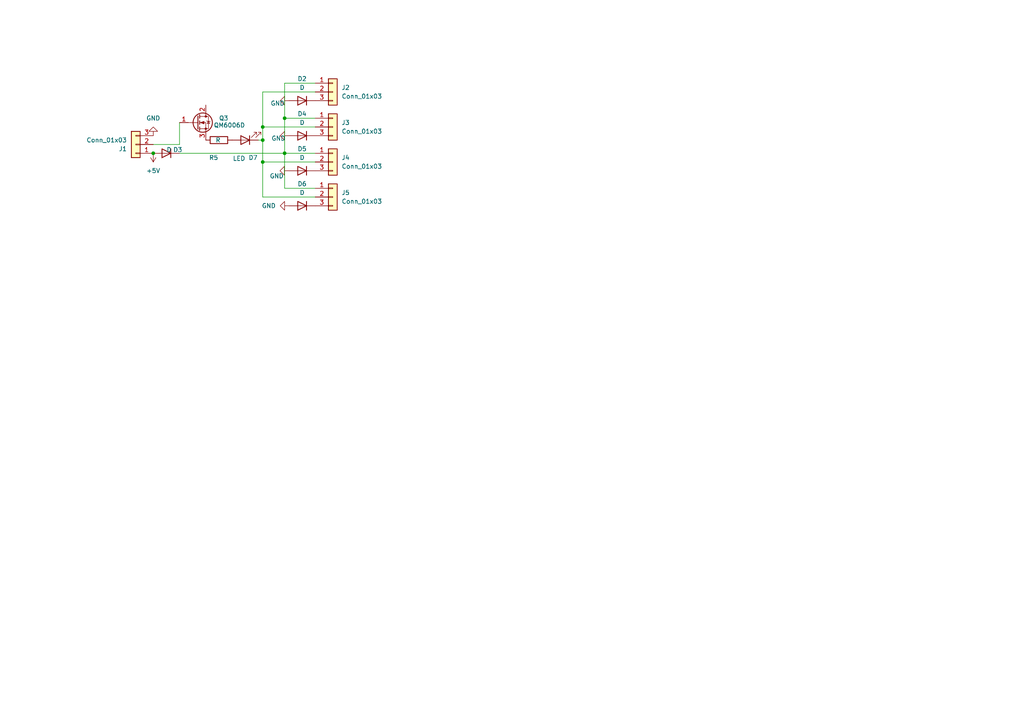
<source format=kicad_sch>
(kicad_sch (version 20250114) (generator "eeschema") (generator_version "9.0")
  (paper "A4")
  (lib_symbols
    (symbol "Connector_Generic:Conn_01x03" (pin_names (offset 1.016) (hide yes))
      (property "Reference" "J" (at 0 5.08 0))
      (property "Value" "Conn_01x03" (at 0 -5.08 0))
      (symbol "Conn_01x03_1_1"
        (rectangle (start -1.27 3.81) (end 1.27 -3.81) (stroke (width 0.254)) (fill (type background)))
        (rectangle (start -1.27 2.667) (end 0 2.413) (stroke (width 0.1524)))
        (rectangle (start -1.27 0.127) (end 0 -0.127) (stroke (width 0.1524)))
        (rectangle (start -1.27 -2.413) (end 0 -2.667) (stroke (width 0.1524)))
        (pin passive line (at -5.08 2.54 0) (length 3.81) (name "Pin_1") (number "1"))
        (pin passive line (at -5.08 0 0) (length 3.81) (name "Pin_2") (number "2"))
        (pin passive line (at -5.08 -2.54 0) (length 3.81) (name "Pin_3") (number "3"))
      )
    )
    (symbol "Device:D" (pin_numbers (hide yes)) (pin_names (offset 1.016) (hide yes))
      (property "Reference" "D" (at 0 2.54 0))
      (property "Value" "D" (at 0 -2.54 0))
      (symbol "D_0_1"
        (polyline (pts (xy -1.27 1.27) (xy -1.27 -1.27)) (stroke (width 0.254)))
        (polyline (pts (xy 1.27 1.27) (xy 1.27 -1.27) (xy -1.27 0) (xy 1.27 1.27)) (stroke (width 0.254)))
        (polyline (pts (xy 1.27 0) (xy -1.27 0)))
      )
      (symbol "D_1_1"
        (pin passive line (at -3.81 0 0) (length 2.54) (name "K") (number "1"))
        (pin passive line (at 3.81 0 180) (length 2.54) (name "A") (number "2"))
      )
    )
    (symbol "Device:LED" (pin_numbers (hide yes)) (pin_names (offset 1.016) (hide yes))
      (property "Reference" "D" (at 0 2.54 0))
      (property "Value" "LED" (at 0 -2.54 0))
      (symbol "LED_0_1"
        (polyline (pts (xy -3.048 -0.762) (xy -4.572 -2.286) (xy -3.81 -2.286) (xy -4.572 -2.286) (xy -4.572 -1.524)))
        (polyline (pts (xy -1.778 -0.762) (xy -3.302 -2.286) (xy -2.54 -2.286) (xy -3.302 -2.286) (xy -3.302 -1.524)))
        (polyline (pts (xy -1.27 0) (xy 1.27 0)))
        (polyline (pts (xy -1.27 -1.27) (xy -1.27 1.27)) (stroke (width 0.254)))
        (polyline (pts (xy 1.27 -1.27) (xy 1.27 1.27) (xy -1.27 0) (xy 1.27 -1.27)) (stroke (width 0.254)))
      )
      (symbol "LED_1_1"
        (pin passive line (at -3.81 0 0) (length 2.54) (name "K") (number "1"))
        (pin passive line (at 3.81 0 180) (length 2.54) (name "A") (number "2"))
      )
    )
    (symbol "Device:R" (pin_numbers (hide yes)) (pin_names (offset 0))
      (property "Reference" "R" (at 2.032 0 90))
      (property "Value" "R" (at 0 0 90))
      (symbol "R_0_1"
        (rectangle (start -1.016 -2.54) (end 1.016 2.54) (stroke (width 0.254)))
      )
      (symbol "R_1_1"
        (pin passive line (at 0 3.81 270) (length 1.27) (name "~") (number "1"))
        (pin passive line (at 0 -3.81 90) (length 1.27) (name "~") (number "2"))
      )
    )
    (symbol "Transistor_FET:QM6006D" (pin_names (hide yes))
      (property "Reference" "Q" (at 5.08 1.905 0))
      (property "Value" "QM6006D" (at 5.08 0 0))
      (symbol "QM6006D_0_1"
        (polyline (pts (xy 0.254 1.905) (xy 0.254 -1.905)) (stroke (width 0.254)))
        (polyline (pts (xy 0.254 0) (xy -2.54 0)))
        (polyline (pts (xy 0.762 2.286) (xy 0.762 1.27)) (stroke (width 0.254)))
        (polyline (pts (xy 0.762 0.508) (xy 0.762 -0.508)) (stroke (width 0.254)))
        (polyline (pts (xy 0.762 -1.27) (xy 0.762 -2.286)) (stroke (width 0.254)))
        (polyline (pts (xy 0.762 -1.778) (xy 3.302 -1.778) (xy 3.302 1.778) (xy 0.762 1.778)))
        (polyline (pts (xy 1.016 0) (xy 2.032 0.381) (xy 2.032 -0.381) (xy 1.016 0)) (fill (type outline)))
        (circle (center 1.651 0) (radius 2.794) (stroke (width 0.254)))
        (polyline (pts (xy 2.54 2.54) (xy 2.54 1.778)))
        (circle (center 2.54 1.778) (radius 0.254) (fill (type outline)))
        (circle (center 2.54 -1.778) (radius 0.254) (fill (type outline)))
        (polyline (pts (xy 2.54 -2.54) (xy 2.54 0) (xy 0.762 0)))
        (polyline (pts (xy 2.794 0.508) (xy 2.921 0.381) (xy 3.683 0.381) (xy 3.81 0.254)))
        (polyline (pts (xy 3.302 0.381) (xy 2.921 -0.254) (xy 3.683 -0.254) (xy 3.302 0.381)))
      )
      (symbol "QM6006D_1_1"
        (pin input line (at -5.08 0 0) (length 2.54) (name "G") (number "1"))
        (pin passive line (at 2.54 5.08 270) (length 2.54) (name "D") (number "2"))
        (pin passive line (at 2.54 -5.08 90) (length 2.54) (name "S") (number "3"))
      )
    )
    (symbol "power:+5V" (power) (pin_numbers (hide yes)) (pin_names (offset 0) (hide yes))
      (property "Value" "+5V" (at 0 3.556 0))
      (symbol "+5V_0_1"
        (polyline (pts (xy -0.762 1.27) (xy 0 2.54)))
        (polyline (pts (xy 0 2.54) (xy 0.762 1.27)))
        (polyline (pts (xy 0 0) (xy 0 2.54)))
      )
      (symbol "+5V_1_1"
        (pin power_in line (at 0 0 90) (length 0) (name "~") (number "1"))
      )
    )
    (symbol "power:GND" (power) (pin_numbers (hide yes)) (pin_names (offset 0) (hide yes))
      (property "Value" "GND" (at 0 -3.81 0))
      (symbol "GND_0_1"
        (polyline (pts (xy 0 0) (xy 0 -1.27) (xy 1.27 -1.27) (xy 0 -2.54) (xy -1.27 -1.27) (xy 0 -1.27)))
      )
      (symbol "GND_1_1"
        (pin power_in line (at 0 0 270) (length 0) (name "~") (number "1"))
      )
    )
  )
  (junction (at 82.55 34.29))
  (junction (at 82.55 44.45))
  (junction (at 76.2 36.83))
  (junction (at 44.45 44.45))
  (junction (at 76.2 46.99))
  (junction (at 76.2 40.64))
  (wire (pts (xy 76.2 46.99) (xy 76.2 40.64)))
  (wire (pts (xy 52.07 44.45) (xy 82.55 44.45)))
  (wire (pts (xy 76.2 36.83) (xy 76.2 26.67)))
  (wire (pts (xy 82.55 34.29) (xy 82.55 24.13)))
  (wire (pts (xy 82.55 44.45) (xy 91.44 44.45)))
  (wire (pts (xy 76.2 46.99) (xy 91.44 46.99)))
  (wire (pts (xy 76.2 57.15) (xy 76.2 46.99)))
  (wire (pts (xy 76.2 36.83) (xy 91.44 36.83)))
  (wire (pts (xy 91.44 57.15) (xy 76.2 57.15)))
  (wire (pts (xy 52.07 41.91) (xy 52.07 35.56)))
  (wire (pts (xy 82.55 24.13) (xy 91.44 24.13)))
  (wire (pts (xy 76.2 26.67) (xy 91.44 26.67)))
  (wire (pts (xy 82.55 54.61) (xy 91.44 54.61)))
  (wire (pts (xy 82.55 44.45) (xy 82.55 34.29)))
  (wire (pts (xy 74.93 40.64) (xy 76.2 40.64)))
  (wire (pts (xy 82.55 44.45) (xy 82.55 54.61)))
  (wire (pts (xy 76.2 40.64) (xy 76.2 36.83)))
  (wire (pts (xy 44.45 41.91) (xy 52.07 41.91)))
  (wire (pts (xy 82.55 34.29) (xy 91.44 34.29)))
  (symbol (lib_id "Device:D") (at 87.63 29.21 180) (unit 1)
    (property "Reference" "D2" (at 87.63 22.86 0))
    (property "Value" "D" (at 87.63 25.4 0))
    (property "Description" "Diode" (effects (hide yes)))
    (property "Sim.Device" "D" (effects (hide yes)))
    (property "Sim.Pins" "1=K 2=A" (effects (hide yes)))
  )
  (symbol (lib_id "Connector_Generic:Conn_01x03") (at 96.52 36.83 0) (unit 1)
    (property "Reference" "J3" (at 99.06 35.5599 0) (effects (justify left)))
    (property "Value" "Conn_01x03" (at 99.06 38.0999 0) (effects (justify left)))
    (property "Description" "Generic connector, single row, 01x03, script generated (kicad-library-utils/schlib/autogen/connector/)" (effects (hide yes)))
  )
  (symbol (lib_id "power:+5V") (at 44.45 44.45 180) (unit 1)
    (property "Reference" "#PWR01" (effects (hide yes)))
    (property "Value" "+5V" (at 44.45 49.53 0))
    (property "Description" "Power symbol creates a global label with name \"+5V\"" (effects (hide yes)))
  )
  (symbol (lib_id "Device:D") (at 87.63 49.53 180) (unit 1)
    (property "Reference" "D5" (at 87.63 43.18 0))
    (property "Value" "D" (at 87.63 45.72 0))
    (property "Description" "Diode" (effects (hide yes)))
    (property "Sim.Device" "D" (effects (hide yes)))
    (property "Sim.Pins" "1=K 2=A" (effects (hide yes)))
  )
  (symbol (lib_id "power:GND") (at 83.82 59.69 270) (unit 1)
    (property "Reference" "#PWR06" (effects (hide yes)))
    (property "Value" "GND" (at 80.01 59.6899 90) (effects (justify right)))
    (property "Description" "Power symbol creates a global label with name \"GND\" , ground" (effects (hide yes)))
  )
  (symbol (lib_id "power:GND") (at 83.82 29.21 270) (unit 1)
    (property "Reference" "#PWR03" (effects (hide yes)))
    (property "Value" "GND" (at 82.55 29.972 90) (effects (justify right)))
    (property "Description" "Power symbol creates a global label with name \"GND\" , ground" (effects (hide yes)))
  )
  (symbol (lib_id "Device:LED") (at 71.12 40.64 180) (unit 1)
    (property "Reference" "D7" (at 73.406 45.72 0))
    (property "Value" "LED" (at 69.342 45.974 0))
    (property "Footprint" "LED_SMD:LED_1206_3216Metric" (effects (hide yes)))
    (property "Description" "Light emitting diode" (effects (hide yes)))
    (property "Sim.Pins" "1=K 2=A" (effects (hide yes)))
  )
  (symbol (lib_id "Connector_Generic:Conn_01x03") (at 96.52 57.15 0) (unit 1)
    (property "Reference" "J5" (at 99.06 55.8799 0) (effects (justify left)))
    (property "Value" "Conn_01x03" (at 99.06 58.4199 0) (effects (justify left)))
    (property "Description" "Generic connector, single row, 01x03, script generated (kicad-library-utils/schlib/autogen/connector/)" (effects (hide yes)))
  )
  (symbol (lib_id "Device:R") (at 63.5 40.64 90) (unit 1)
    (property "Reference" "R5" (at 61.976 45.72 90))
    (property "Value" "R" (at 63.246 40.64 90))
    (property "Footprint" "Resistor_SMD:R_1206_3216Metric" (effects (hide yes)))
    (property "Description" "Resistor" (effects (hide yes)))
  )
  (symbol (lib_id "Connector_Generic:Conn_01x03") (at 96.52 46.99 0) (unit 1)
    (property "Reference" "J4" (at 99.06 45.7199 0) (effects (justify left)))
    (property "Value" "Conn_01x03" (at 99.06 48.2599 0) (effects (justify left)))
    (property "Description" "Generic connector, single row, 01x03, script generated (kicad-library-utils/schlib/autogen/connector/)" (effects (hide yes)))
  )
  (symbol (lib_id "Device:D") (at 48.26 44.45 180) (unit 1)
    (property "Reference" "D3" (at 51.562 43.434 0))
    (property "Value" "D" (at 49.022 43.434 0))
    (property "Description" "Diode" (effects (hide yes)))
    (property "Sim.Device" "D" (effects (hide yes)))
    (property "Sim.Pins" "1=K 2=A" (effects (hide yes)))
  )
  (symbol (lib_id "power:GND") (at 83.82 39.37 270) (unit 1)
    (property "Reference" "#PWR04" (effects (hide yes)))
    (property "Value" "GND" (at 82.804 40.132 90) (effects (justify right)))
    (property "Description" "Power symbol creates a global label with name \"GND\" , ground" (effects (hide yes)))
  )
  (symbol (lib_id "Device:D") (at 87.63 59.69 180) (unit 1)
    (property "Reference" "D6" (at 87.63 53.34 0))
    (property "Value" "D" (at 87.63 55.88 0))
    (property "Description" "Diode" (effects (hide yes)))
    (property "Sim.Device" "D" (effects (hide yes)))
    (property "Sim.Pins" "1=K 2=A" (effects (hide yes)))
  )
  (symbol (lib_id "Transistor_FET:QM6006D") (at 57.15 35.56 0) (unit 1)
    (property "Reference" "Q3" (at 63.5 34.2899 0) (effects (justify left)))
    (property "Value" "QM6006D" (at 61.976 36.322 0) (effects (justify left)))
    (property "Footprint" "Package_TO_SOT_SMD:TO-252-2" (effects (hide yes)))
    (property "Datasheet" "http://www.jaolen.com/images/pdf/QM6006D.pdf" (effects (hide yes)))
    (property "Description" "35A Id, 60V Vds, N-Channel Power MOSFET, 18mOhm Ron, 19.3nC Qg (typ), TO252" (effects (hide yes)))
  )
  (symbol (lib_id "Connector_Generic:Conn_01x03") (at 39.37 41.91 180) (unit 1)
    (property "Reference" "J1" (at 36.83 43.1801 0) (effects (justify left)))
    (property "Value" "Conn_01x03" (at 36.83 40.6401 0) (effects (justify left)))
    (property "Description" "Generic connector, single row, 01x03, script generated (kicad-library-utils/schlib/autogen/connector/)" (effects (hide yes)))
  )
  (symbol (lib_id "Device:D") (at 87.63 39.37 180) (unit 1)
    (property "Reference" "D4" (at 87.63 33.02 0))
    (property "Value" "D" (at 87.63 35.56 0))
    (property "Description" "Diode" (effects (hide yes)))
    (property "Sim.Device" "D" (effects (hide yes)))
    (property "Sim.Pins" "1=K 2=A" (effects (hide yes)))
  )
  (symbol (lib_id "power:GND") (at 44.45 39.37 180) (unit 1)
    (property "Reference" "#PWR02" (effects (hide yes)))
    (property "Value" "GND" (at 44.45 34.29 0))
    (property "Description" "Power symbol creates a global label with name \"GND\" , ground" (effects (hide yes)))
  )
  (symbol (lib_id "Connector_Generic:Conn_01x03") (at 96.52 26.67 0) (unit 1)
    (property "Reference" "J2" (at 99.06 25.3999 0) (effects (justify left)))
    (property "Value" "Conn_01x03" (at 99.06 27.9399 0) (effects (justify left)))
    (property "Description" "Generic connector, single row, 01x03, script generated (kicad-library-utils/schlib/autogen/connector/)" (effects (hide yes)))
  )
  (symbol (lib_id "power:GND") (at 83.7525 49.53 270) (unit 1)
    (property "Reference" "#PWR05" (effects (hide yes)))
    (property "Value" "GND" (at 82.296 51.054 90) (effects (justify right)))
    (property "Description" "Power symbol creates a global label with name \"GND\" , ground" (effects (hide yes)))
  )
)
</source>
